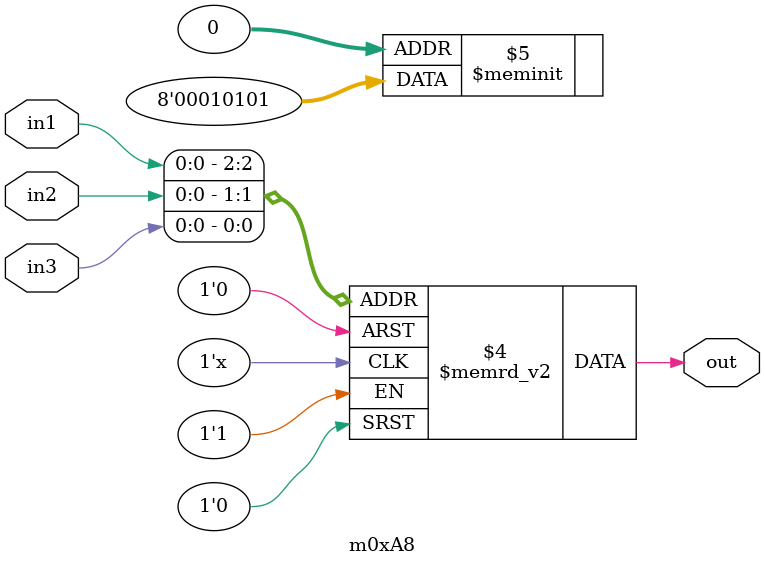
<source format=v>
module m0xA8(output out, input in1, in2, in3);

   always @(in1, in2, in3)
     begin
        case({in1, in2, in3})
          3'b000: {out} = 1'b1;
          3'b001: {out} = 1'b0;
          3'b010: {out} = 1'b1;
          3'b011: {out} = 1'b0;
          3'b100: {out} = 1'b1;
          3'b101: {out} = 1'b0;
          3'b110: {out} = 1'b0;
          3'b111: {out} = 1'b0;
        endcase // case ({in1, in2, in3})
     end // always @ (in1, in2, in3)

endmodule // m0xA8
</source>
